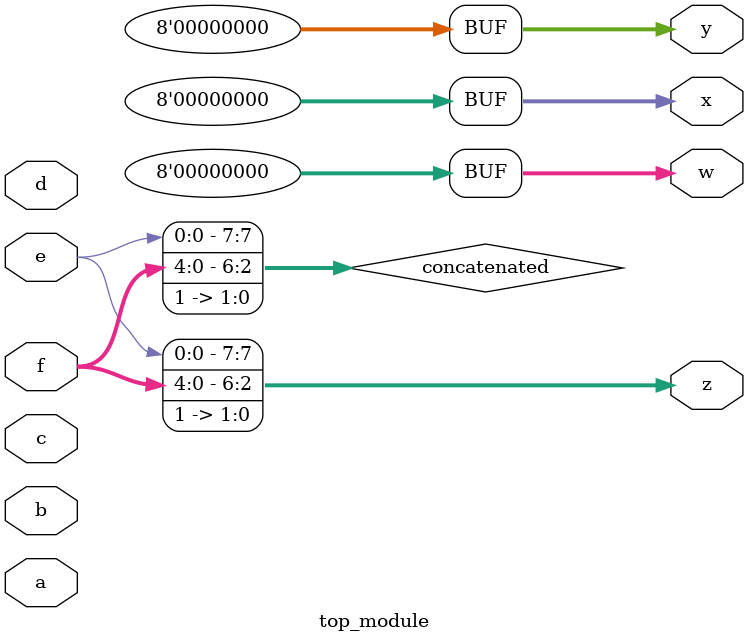
<source format=sv>
module top_module (
	input [4:0] a,
	input [4:0] b,
	input [4:0] c,
	input [4:0] d,
	input [4:0] e,
	input [4:0] f,
	output [7:0] w,
	output [7:0] x,
	output [7:0] y,
	output [7:0] z
);
	// Define internal signals
	wire [7:0] concatenated;
	
	// Assign values to internal signals
	assign concatenated = {a, b, c, d, e, f, 2'b11};
	
	// Assign internal signals to outputs
	assign {w, x, y, z} = concatenated;
	
endmodule

</source>
